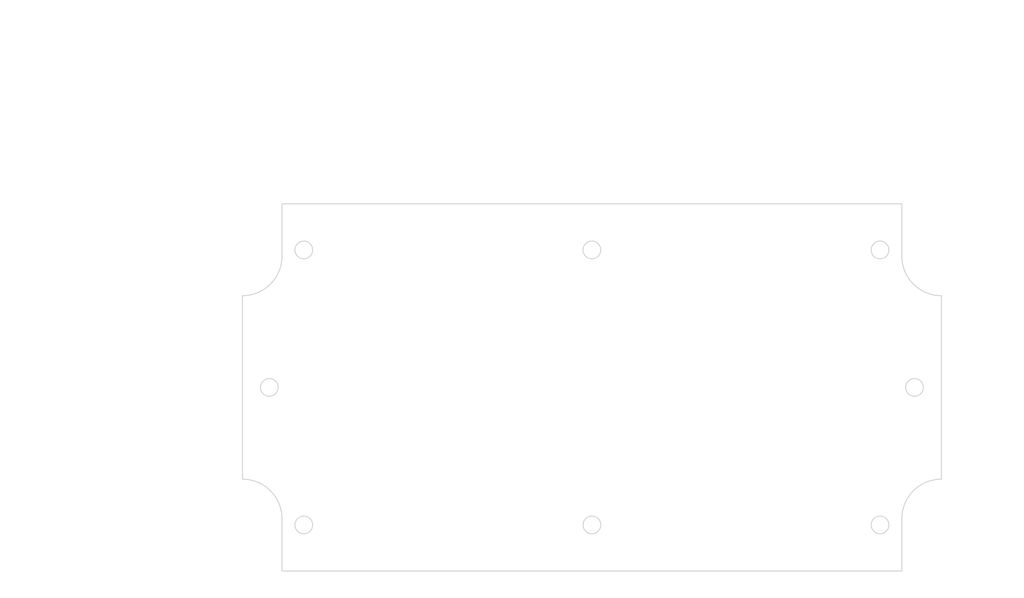
<source format=kicad_pcb>
(kicad_pcb (version 20171130) (host pcbnew "(5.1.0)-1")

  (general
    (thickness 1.6)
    (drawings 88)
    (tracks 0)
    (zones 0)
    (modules 0)
    (nets 1)
  )

  (page A4)
  (layers
    (0 F.Cu signal)
    (31 B.Cu signal)
    (32 B.Adhes user)
    (33 F.Adhes user)
    (34 B.Paste user)
    (35 F.Paste user)
    (36 B.SilkS user)
    (37 F.SilkS user)
    (38 B.Mask user)
    (39 F.Mask user)
    (40 Dwgs.User user)
    (41 Cmts.User user)
    (42 Eco1.User user)
    (43 Eco2.User user)
    (44 Edge.Cuts user)
    (45 Margin user)
    (46 B.CrtYd user)
    (47 F.CrtYd user)
    (48 B.Fab user)
    (49 F.Fab user)
  )

  (setup
    (last_trace_width 0.25)
    (trace_clearance 0.2)
    (zone_clearance 0.508)
    (zone_45_only no)
    (trace_min 0.2)
    (via_size 0.8)
    (via_drill 0.4)
    (via_min_size 0.4)
    (via_min_drill 0.3)
    (uvia_size 0.3)
    (uvia_drill 0.1)
    (uvias_allowed no)
    (uvia_min_size 0.2)
    (uvia_min_drill 0.1)
    (edge_width 0.05)
    (segment_width 0.2)
    (pcb_text_width 0.3)
    (pcb_text_size 1.5 1.5)
    (mod_edge_width 0.12)
    (mod_text_size 1 1)
    (mod_text_width 0.15)
    (pad_size 1.524 1.524)
    (pad_drill 0.762)
    (pad_to_mask_clearance 0.051)
    (solder_mask_min_width 0.25)
    (aux_axis_origin 0 0)
    (visible_elements FFFFFF7F)
    (pcbplotparams
      (layerselection 0x010fc_ffffffff)
      (usegerberextensions false)
      (usegerberattributes false)
      (usegerberadvancedattributes false)
      (creategerberjobfile false)
      (excludeedgelayer true)
      (linewidth 0.152400)
      (plotframeref false)
      (viasonmask false)
      (mode 1)
      (useauxorigin false)
      (hpglpennumber 1)
      (hpglpenspeed 20)
      (hpglpendiameter 15.000000)
      (psnegative false)
      (psa4output false)
      (plotreference true)
      (plotvalue true)
      (plotinvisibletext false)
      (padsonsilk false)
      (subtractmaskfromsilk false)
      (outputformat 1)
      (mirror false)
      (drillshape 1)
      (scaleselection 1)
      (outputdirectory ""))
  )

  (net 0 "")

  (net_class Default "This is the default net class."
    (clearance 0.2)
    (trace_width 0.25)
    (via_dia 0.8)
    (via_drill 0.4)
    (uvia_dia 0.3)
    (uvia_drill 0.1)
  )

  (gr_line (start 101.00322 81.809105) (end 101.00322 70.760105) (layer Edge.Cuts) (width 0.2))
  (gr_arc (start 92.67202 81.809105) (end 92.67202 90.140305) (angle -90) (layer Edge.Cuts) (width 0.2))
  (gr_line (start 92.67202 128.849905) (end 92.67202 90.140305) (layer Edge.Cuts) (width 0.2))
  (gr_arc (start 92.67202 137.181105) (end 101.00322 137.181105) (angle -90) (layer Edge.Cuts) (width 0.2))
  (gr_line (start 101.00322 148.230105) (end 101.00322 137.181105) (layer Edge.Cuts) (width 0.2))
  (gr_line (start 231.66082 148.230105) (end 101.00322 148.230105) (layer Edge.Cuts) (width 0.2))
  (gr_line (start 231.66082 137.181105) (end 231.66082 148.230105) (layer Edge.Cuts) (width 0.2))
  (gr_arc (start 239.99202 137.181105) (end 239.99202 128.849905) (angle -90) (layer Edge.Cuts) (width 0.2))
  (gr_line (start 239.99202 90.140305) (end 239.99202 128.849905) (layer Edge.Cuts) (width 0.2))
  (gr_arc (start 239.99202 81.809105) (end 231.66082 81.809105) (angle -90) (layer Edge.Cuts) (width 0.2))
  (gr_line (start 231.66082 70.760105) (end 231.66082 81.809105) (layer Edge.Cuts) (width 0.2))
  (gr_line (start 101.00322 70.760105) (end 231.66082 70.760105) (layer Edge.Cuts) (width 0.2))
  (gr_circle (center 98.33202 109.495105) (end 100.19892 109.495105) (layer Edge.Cuts) (width 0.2))
  (gr_circle (center 234.33202 109.495105) (end 236.19892 109.495105) (layer Edge.Cuts) (width 0.2))
  (gr_circle (center 166.33202 138.501905) (end 168.19892 138.501905) (layer Edge.Cuts) (width 0.2))
  (gr_circle (center 166.33202 80.488305) (end 168.19892 80.488305) (layer Edge.Cuts) (width 0.2))
  (gr_circle (center 105.60062 138.501905) (end 107.46752 138.501905) (layer Edge.Cuts) (width 0.2))
  (gr_circle (center 105.60062 80.488305) (end 107.46752 80.488305) (layer Edge.Cuts) (width 0.2))
  (gr_circle (center 227.06342 80.488305) (end 228.93032 80.488305) (layer Edge.Cuts) (width 0.2))
  (gr_circle (center 227.06342 138.501905) (end 228.93032 138.501905) (layer Edge.Cuts) (width 0.2))
  (gr_line (start 227.06342 138.591905) (end 227.06342 138.411905) (layer Dwgs.User) (width 0.2))
  (gr_line (start 226.97342 138.501905) (end 227.15342 138.501905) (layer Dwgs.User) (width 0.2))
  (gr_text "8 X ∅3.73\n[∅0.15]" (at 249.901188 150.679434) (layer Dwgs.User)
    (effects (font (size 2 1.8) (thickness 0.25)))
  )
  (gr_line (start 239.617699 150.679434) (end 229.839062 141.194251) (layer Dwgs.User) (width 0.2))
  (gr_line (start 242.52545 150.679434) (end 239.617699 150.679434) (layer Dwgs.User) (width 0.2))
  (gr_text [.76] (at 66.268423 101.899424) (layer Dwgs.User)
    (effects (font (size 2 1.8) (thickness 0.25)))
  )
  (gr_text " 19.35" (at 66.268423 97.995876) (layer Dwgs.User)
    (effects (font (size 2 1.8) (thickness 0.25)))
  )
  (gr_line (start 66.268423 107.495105) (end 66.268423 103.721252) (layer Dwgs.User) (width 0.2))
  (gr_line (start 66.268423 92.140305) (end 66.268423 95.914157) (layer Dwgs.User) (width 0.2))
  (gr_line (start 97.33202 109.495105) (end 63.093423 109.495105) (layer Dwgs.User) (width 0.2))
  (gr_line (start 91.67202 90.140305) (end 63.093423 90.140305) (layer Dwgs.User) (width 0.2))
  (gr_text [2.28] (at 157.146862 111.576824) (layer Dwgs.User)
    (effects (font (size 2 1.8) (thickness 0.25)))
  )
  (gr_text " 58.01" (at 157.146862 107.673959) (layer Dwgs.User)
    (effects (font (size 2 1.8) (thickness 0.25)))
  )
  (gr_line (start 157.146862 136.501905) (end 157.146862 113.39797) (layer Dwgs.User) (width 0.2))
  (gr_line (start 157.146862 82.488305) (end 157.146862 105.59224) (layer Dwgs.User) (width 0.2))
  (gr_line (start 106.60062 138.501905) (end 160.321862 138.501905) (layer Dwgs.User) (width 0.2))
  (gr_line (start 106.60062 80.488305) (end 160.321862 80.488305) (layer Dwgs.User) (width 0.2))
  (gr_text [.22] (at 106.809002 106.17375) (layer Dwgs.User)
    (effects (font (size 2 1.8) (thickness 0.25)))
  )
  (gr_text " 5.66" (at 106.809002 102.270885) (layer Dwgs.User)
    (effects (font (size 2 1.8) (thickness 0.25)))
  )
  (gr_line (start 100.33202 104.092031) (end 102.966028 104.092031) (layer Dwgs.User) (width 0.2))
  (gr_line (start 90.67202 104.092031) (end 88.67202 104.092031) (layer Dwgs.User) (width 0.2))
  (gr_line (start 98.33202 108.495105) (end 98.33202 100.917031) (layer Dwgs.User) (width 0.2))
  (gr_text [4.96] (at 155.09781 49.627717) (layer Dwgs.User)
    (effects (font (size 2 1.8) (thickness 0.25)))
  )
  (gr_text " 126.06" (at 155.09781 45.724852) (layer Dwgs.User)
    (effects (font (size 2 1.8) (thickness 0.25)))
  )
  (gr_line (start 225.06342 47.545998) (end 160.494672 47.545998) (layer Dwgs.User) (width 0.2))
  (gr_line (start 103.00322 47.545998) (end 149.700948 47.545998) (layer Dwgs.User) (width 0.2))
  (gr_line (start 227.06342 79.488305) (end 227.06342 44.370998) (layer Dwgs.User) (width 0.2))
  (gr_line (start 101.00322 69.760105) (end 101.00322 44.370998) (layer Dwgs.User) (width 0.2))
  (gr_text [R0.33] (at 112.639971 125.816334) (layer Dwgs.User)
    (effects (font (size 2 1.8) (thickness 0.25)))
  )
  (gr_text " R8.33" (at 112.639971 121.912787) (layer Dwgs.User)
    (effects (font (size 2 1.8) (thickness 0.25)))
  )
  (gr_line (start 105.521417 123.734615) (end 99.809564 129.71189) (layer Dwgs.User) (width 0.2))
  (gr_line (start 107.521417 123.734615) (end 105.521417 123.734615) (layer Dwgs.User) (width 0.2))
  (gr_text [5.80] (at 156.121991 33.271393) (layer Dwgs.User)
    (effects (font (size 2 1.8) (thickness 0.25)))
  )
  (gr_text " 147.32" (at 156.121991 29.367846) (layer Dwgs.User)
    (effects (font (size 2 1.8) (thickness 0.25)))
  )
  (gr_line (start 237.99202 31.189674) (end 161.509304 31.189674) (layer Dwgs.User) (width 0.2))
  (gr_line (start 94.67202 31.189674) (end 150.734679 31.189674) (layer Dwgs.User) (width 0.2))
  (gr_line (start 239.99202 89.140305) (end 239.99202 28.014674) (layer Dwgs.User) (width 0.2))
  (gr_line (start 92.67202 89.140305) (end 92.67202 28.014674) (layer Dwgs.User) (width 0.2))
  (gr_text [.33] (at 81.060078 47.715939) (layer Dwgs.User)
    (effects (font (size 2 1.8) (thickness 0.25)))
  )
  (gr_text " 8.33" (at 81.060078 43.812391) (layer Dwgs.User)
    (effects (font (size 2 1.8) (thickness 0.25)))
  )
  (gr_line (start 92.67202 45.63422) (end 84.903734 45.63422) (layer Dwgs.User) (width 0.2))
  (gr_line (start 99.00322 45.63422) (end 94.67202 45.63422) (layer Dwgs.User) (width 0.2))
  (gr_line (start 92.67202 89.140305) (end 92.67202 42.45922) (layer Dwgs.User) (width 0.2))
  (gr_line (start 101.00322 69.760105) (end 101.00322 42.45922) (layer Dwgs.User) (width 0.2))
  (gr_text [5.47] (at 172.98595 41.976512) (layer Dwgs.User)
    (effects (font (size 2 1.8) (thickness 0.25)))
  )
  (gr_text " 138.99" (at 172.98595 38.077057) (layer Dwgs.User)
    (effects (font (size 2 1.8) (thickness 0.25)))
  )
  (gr_line (start 229.66082 39.898885) (end 178.38554 39.898885) (layer Dwgs.User) (width 0.2))
  (gr_line (start 94.67202 39.898885) (end 167.586359 39.898885) (layer Dwgs.User) (width 0.2))
  (gr_line (start 231.66082 69.760105) (end 231.66082 36.723885) (layer Dwgs.User) (width 0.2))
  (gr_line (start 92.67202 89.140305) (end 92.67202 36.723885) (layer Dwgs.User) (width 0.2))
  (gr_text [3.05] (at 46.300964 111.576824) (layer Dwgs.User)
    (effects (font (size 2 1.8) (thickness 0.25)))
  )
  (gr_text " 77.47" (at 46.300964 107.695105) (layer Dwgs.User)
    (effects (font (size 2 1.8) (thickness 0.25)))
  )
  (gr_line (start 46.300964 146.230105) (end 46.300964 113.376824) (layer Dwgs.User) (width 0.2))
  (gr_line (start 46.300964 72.760105) (end 46.300964 105.613386) (layer Dwgs.User) (width 0.2))
  (gr_line (start 100.00322 148.230105) (end 43.125964 148.230105) (layer Dwgs.User) (width 0.2))
  (gr_line (start 100.00322 70.760105) (end 43.125964 70.760105) (layer Dwgs.User) (width 0.2))
  (gr_text [.76] (at 66.480843 80.58904) (layer Dwgs.User)
    (effects (font (size 2 1.8) (thickness 0.25)))
  )
  (gr_text " 19.38" (at 66.480843 76.685493) (layer Dwgs.User)
    (effects (font (size 2 1.8) (thickness 0.25)))
  )
  (gr_line (start 66.480843 72.760105) (end 66.480843 74.603774) (layer Dwgs.User) (width 0.2))
  (gr_line (start 66.480843 88.140305) (end 66.480843 82.410868) (layer Dwgs.User) (width 0.2))
  (gr_line (start 100.00322 70.760105) (end 63.305843 70.760105) (layer Dwgs.User) (width 0.2))
  (gr_line (start 91.67202 90.140305) (end 63.305843 90.140305) (layer Dwgs.User) (width 0.2))
  (gr_text [2.29] (at 58.09722 125.461578) (layer Dwgs.User)
    (effects (font (size 2 1.8) (thickness 0.25)))
  )
  (gr_text " 58.09" (at 58.09722 121.558713) (layer Dwgs.User)
    (effects (font (size 2 1.8) (thickness 0.25)))
  )
  (gr_line (start 58.09722 92.140305) (end 58.09722 119.476994) (layer Dwgs.User) (width 0.2))
  (gr_line (start 58.09722 146.230105) (end 58.09722 127.282724) (layer Dwgs.User) (width 0.2))
  (gr_line (start 91.67202 90.140305) (end 54.92222 90.140305) (layer Dwgs.User) (width 0.2))
  (gr_line (start 100.00322 148.230105) (end 54.92222 148.230105) (layer Dwgs.User) (width 0.2))

)

</source>
